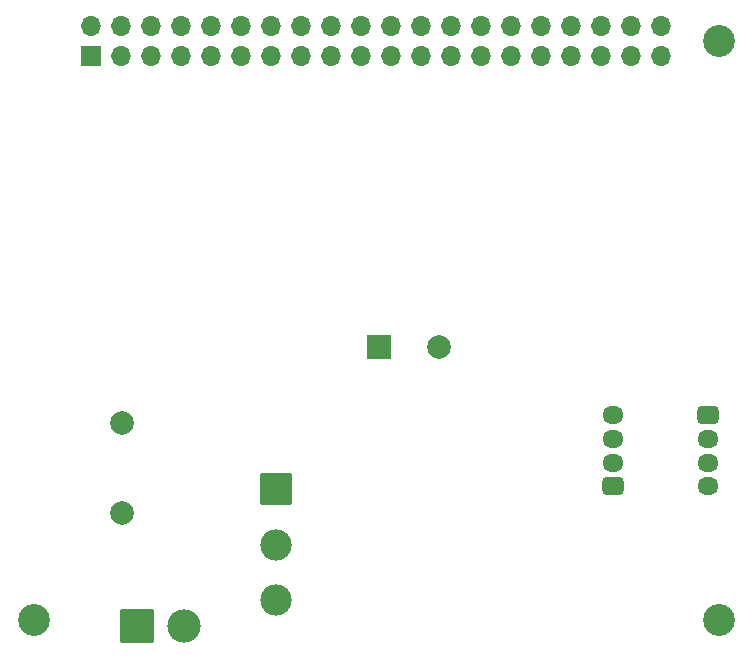
<source format=gbs>
G04 #@! TF.GenerationSoftware,KiCad,Pcbnew,9.0.2*
G04 #@! TF.CreationDate,2025-10-25T21:31:50-05:00*
G04 #@! TF.ProjectId,telescope_driver,74656c65-7363-46f7-9065-5f6472697665,rev?*
G04 #@! TF.SameCoordinates,Original*
G04 #@! TF.FileFunction,Soldermask,Bot*
G04 #@! TF.FilePolarity,Negative*
%FSLAX46Y46*%
G04 Gerber Fmt 4.6, Leading zero omitted, Abs format (unit mm)*
G04 Created by KiCad (PCBNEW 9.0.2) date 2025-10-25 21:31:50*
%MOMM*%
%LPD*%
G01*
G04 APERTURE LIST*
G04 Aperture macros list*
%AMRoundRect*
0 Rectangle with rounded corners*
0 $1 Rounding radius*
0 $2 $3 $4 $5 $6 $7 $8 $9 X,Y pos of 4 corners*
0 Add a 4 corners polygon primitive as box body*
4,1,4,$2,$3,$4,$5,$6,$7,$8,$9,$2,$3,0*
0 Add four circle primitives for the rounded corners*
1,1,$1+$1,$2,$3*
1,1,$1+$1,$4,$5*
1,1,$1+$1,$6,$7*
1,1,$1+$1,$8,$9*
0 Add four rect primitives between the rounded corners*
20,1,$1+$1,$2,$3,$4,$5,0*
20,1,$1+$1,$4,$5,$6,$7,0*
20,1,$1+$1,$6,$7,$8,$9,0*
20,1,$1+$1,$8,$9,$2,$3,0*%
G04 Aperture macros list end*
%ADD10RoundRect,0.312500X0.587500X-0.437500X0.587500X0.437500X-0.587500X0.437500X-0.587500X-0.437500X0*%
%ADD11O,1.800000X1.500000*%
%ADD12C,2.700000*%
%ADD13R,2.000000X2.000000*%
%ADD14C,2.000000*%
%ADD15RoundRect,0.102000X-1.225000X-1.225000X1.225000X-1.225000X1.225000X1.225000X-1.225000X1.225000X0*%
%ADD16C,2.654000*%
%ADD17RoundRect,0.312500X-0.587500X0.437500X-0.587500X-0.437500X0.587500X-0.437500X0.587500X0.437500X0*%
%ADD18RoundRect,0.102000X-1.312500X-1.312500X1.312500X-1.312500X1.312500X1.312500X-1.312500X1.312500X0*%
%ADD19C,2.829000*%
%ADD20R,1.700000X1.700000*%
%ADD21O,1.700000X1.700000*%
G04 APERTURE END LIST*
D10*
X152550000Y-85200000D03*
D11*
X152550000Y-83200000D03*
X152550000Y-81200000D03*
X152550000Y-79200000D03*
D12*
X161500000Y-47500000D03*
D13*
X132710000Y-73450000D03*
D14*
X137790000Y-73450000D03*
X111000000Y-79850000D03*
X111000000Y-87470000D03*
D15*
X124000000Y-85450000D03*
D16*
X124000000Y-90150000D03*
X124000000Y-94850000D03*
D17*
X160550000Y-79200000D03*
D11*
X160550000Y-81200000D03*
X160550000Y-83200000D03*
X160550000Y-85200000D03*
D12*
X103500000Y-96500000D03*
D18*
X112270000Y-97000000D03*
D19*
X116230000Y-97000000D03*
D12*
X161500000Y-96500000D03*
D20*
X108370000Y-48770000D03*
D21*
X108370000Y-46230000D03*
X110910000Y-48770000D03*
X110910000Y-46230000D03*
X113450000Y-48770000D03*
X113450000Y-46230000D03*
X115990000Y-48770000D03*
X115990000Y-46230000D03*
X118530000Y-48770000D03*
X118530000Y-46230000D03*
X121070000Y-48770000D03*
X121070000Y-46230000D03*
X123610000Y-48770000D03*
X123610000Y-46230000D03*
X126150000Y-48770000D03*
X126150000Y-46230000D03*
X128690000Y-48770000D03*
X128690000Y-46230000D03*
X131230000Y-48770000D03*
X131230000Y-46230000D03*
X133770000Y-48770000D03*
X133770000Y-46230000D03*
X136310000Y-48770000D03*
X136310000Y-46230000D03*
X138850000Y-48770000D03*
X138850000Y-46230000D03*
X141390000Y-48770000D03*
X141390000Y-46230000D03*
X143930000Y-48770000D03*
X143930000Y-46230000D03*
X146470000Y-48770000D03*
X146470000Y-46230000D03*
X149010000Y-48770000D03*
X149010000Y-46230000D03*
X151550000Y-48770000D03*
X151550000Y-46230000D03*
X154090000Y-48770000D03*
X154090000Y-46230000D03*
X156630000Y-48770000D03*
X156630000Y-46230000D03*
M02*

</source>
